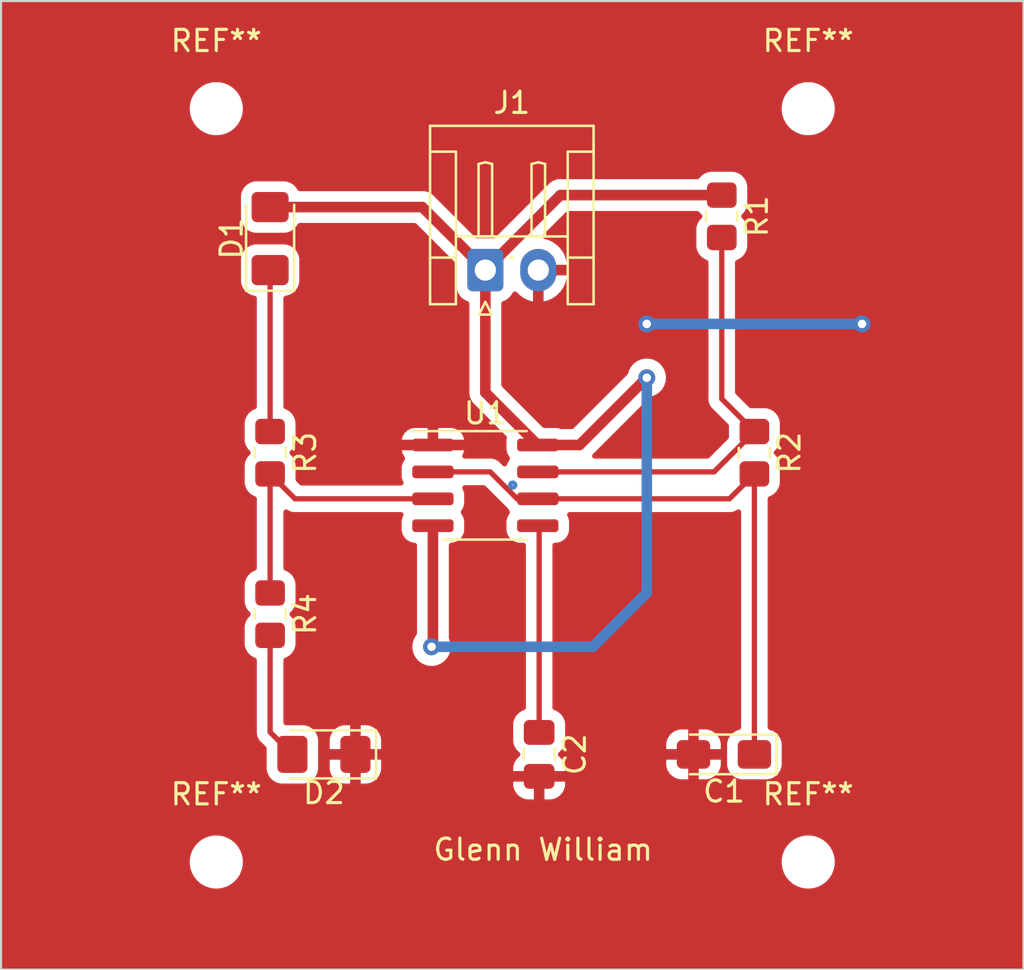
<source format=kicad_pcb>
(kicad_pcb (version 20221018) (generator pcbnew)
  (layers (0 "F.Cu" signal) (31 "B.Cu" signal) (34 "B.Paste" user) (35 "F.Paste" user) (36 "B.SilkS" user "B.Silkscreen") (37 "F.SilkS" user "F.Silkscreen") (38 "B.Mask" user) (39 "F.Mask" user) (44 "Edge.Cuts" user))
  (net 0 "")
  (net 1 "/pin_2")
  (net 2 "GND")
  (net 3 "Net-(U2-CV)")
  (net 4 "Net-(D1-K)")
  (net 5 "+9V")
  (net 6 "Net-(D2-A)")
  (net 7 "/pin_7")
  (net 8 "/pin_3")
  (footprint "LED_SMD:LED_1206_3216Metric_Pad1.42x1.75mm_HandSolder" (layer "F.Cu") (at 66.04 58.42 180)
    (fp_text reference "D2" (at 0 -1.82) (layer "F.SilkS"))
    (fp_text value "LED")
    (fp_line (start -2.46 -1.135) (end -2.46 1.135) (stroke (width 0.12)) (layer "F.SilkS"))
    (fp_line (start -2.46 1.135) (end 1.6 1.135) (stroke (width 0.12)) (layer "F.SilkS"))
    (fp_line (start 1.6 -1.135) (end -2.46 -1.135) (stroke (width 0.12)) (layer "F.SilkS"))
    (pad "1" smd roundrect (at -1.4875 0 180) (size 1.425 1.75) (layers "F.Cu" "F.Paste" "F.Mask") (roundrect_rratio 0.1754392982) (net 2 "GND"))
    (pad "2" smd roundrect (at 1.4875 0 180) (size 1.425 1.75) (layers "F.Cu" "F.Paste" "F.Mask") (roundrect_rratio 0.1754392982) (net 6 "Net-(D2-A)"))
  )
  (footprint "MountingHole:MountingHole_2mm" (layer "F.Cu") (at 60.96 63.5)
    (fp_text reference "REF**" (at 0 -3.2) (layer "F.SilkS"))
    (fp_text value "MountingHole_2mm")
    (pad "" np_thru_hole circle (at 0 0) (size 2 2) (drill 2) (layers "*.Cu" "*.Mask"))
  )
  (footprint "Resistor_SMD:R_0805_2012Metric_Pad1.20x1.40mm_HandSolder" (layer "F.Cu") (at 86.36 44.18 -90)
    (fp_text reference "R2" (at 0 -1.65 90) (layer "F.SilkS"))
    (fp_text value "10k")
    (fp_line (start -0.227064 -0.735) (end 0.227064 -0.735) (stroke (width 0.12)) (layer "F.SilkS"))
    (fp_line (start -0.227064 0.735) (end 0.227064 0.735) (stroke (width 0.12)) (layer "F.SilkS"))
    (pad "1" smd roundrect (at -1 0 270) (size 1.2 1.4) (layers "F.Cu" "F.Paste" "F.Mask") (roundrect_rratio 0.2083333333) (net 7 "/pin_7"))
    (pad "2" smd roundrect (at 1 0 270) (size 1.2 1.4) (layers "F.Cu" "F.Paste" "F.Mask") (roundrect_rratio 0.2083333333) (net 1 "/pin_2"))
  )
  (footprint "Resistor_SMD:R_0805_2012Metric_Pad1.20x1.40mm_HandSolder" (layer "F.Cu") (at 84.82 33.02 -90)
    (fp_text reference "R1" (at 0 -1.65 -270) (layer "F.SilkS"))
    (fp_text value "1k")
    (fp_line (start -0.227064 -0.735) (end 0.227064 -0.735) (stroke (width 0.12)) (layer "F.SilkS"))
    (fp_line (start -0.227064 0.735) (end 0.227064 0.735) (stroke (width 0.12)) (layer "F.SilkS"))
    (pad "1" smd roundrect (at -1 0 270) (size 1.2 1.4) (layers "F.Cu" "F.Paste" "F.Mask") (roundrect_rratio 0.2083333333) (net 5 "+9V"))
    (pad "2" smd roundrect (at 1 0 270) (size 1.2 1.4) (layers "F.Cu" "F.Paste" "F.Mask") (roundrect_rratio 0.2083333333) (net 7 "/pin_7"))
  )
  (footprint "MountingHole:MountingHole_2mm" (layer "F.Cu") (at 88.9 63.5)
    (fp_text reference "REF**" (at 0 -3.2) (layer "F.SilkS"))
    (fp_text value "MountingHole_2mm")
    (pad "" np_thru_hole circle (at 0 0) (size 2 2) (drill 2) (layers "*.Cu" "*.Mask"))
  )
  (footprint "Resistor_SMD:R_0805_2012Metric_Pad1.20x1.40mm_HandSolder" (layer "F.Cu") (at 63.5 44.18 -90)
    (fp_text reference "R3" (at 0 -1.65 90) (layer "F.SilkS"))
    (fp_text value "1k")
    (fp_line (start -0.227064 -0.735) (end 0.227064 -0.735) (stroke (width 0.12)) (layer "F.SilkS"))
    (fp_line (start -0.227064 0.735) (end 0.227064 0.735) (stroke (width 0.12)) (layer "F.SilkS"))
    (pad "1" smd roundrect (at -1 0 270) (size 1.2 1.4) (layers "F.Cu" "F.Paste" "F.Mask") (roundrect_rratio 0.2083333333) (net 4 "Net-(D1-K)"))
    (pad "2" smd roundrect (at 1 0 270) (size 1.2 1.4) (layers "F.Cu" "F.Paste" "F.Mask") (roundrect_rratio 0.2083333333) (net 8 "/pin_3"))
  )
  (footprint "MountingHole:MountingHole_2mm" (layer "F.Cu") (at 88.9 27.94)
    (fp_text reference "REF**" (at 0 -3.2) (layer "F.SilkS"))
    (fp_text value "MountingHole_2mm")
    (pad "" np_thru_hole circle (at 0 0) (size 2 2) (drill 2) (layers "*.Cu" "*.Mask"))
  )
  (footprint "Capacitor_SMD:C_0805_2012Metric_Pad1.18x1.45mm_HandSolder" (layer "F.Cu") (at 76.2 58.42 -90)
    (fp_text reference "C2" (at 0 -1.68 90) (layer "F.SilkS"))
    (fp_text value "0.01uF")
    (fp_line (start -0.261252 -0.735) (end 0.261252 -0.735) (stroke (width 0.12)) (layer "F.SilkS"))
    (fp_line (start -0.261252 0.735) (end 0.261252 0.735) (stroke (width 0.12)) (layer "F.SilkS"))
    (pad "1" smd roundrect (at -1.0375 0 270) (size 1.175 1.45) (layers "F.Cu" "F.Paste" "F.Mask") (roundrect_rratio 0.2127659574) (net 3 "Net-(U2-CV)"))
    (pad "2" smd roundrect (at 1.0375 0 270) (size 1.175 1.45) (layers "F.Cu" "F.Paste" "F.Mask") (roundrect_rratio 0.2127659574) (net 2 "GND"))
  )
  (footprint "Package_SO:SOIC-8_3.9x4.9mm_P1.27mm" (layer "F.Cu") (at 73.66 45.72)
    (fp_text reference "U1" (at 0 -3.4) (layer "F.SilkS"))
    (fp_text value "NE555D")
    (fp_line (start 0 -2.56) (end -3.45 -2.56) (stroke (width 0.12)) (layer "F.SilkS"))
    (fp_line (start 0 -2.56) (end 1.95 -2.56) (stroke (width 0.12)) (layer "F.SilkS"))
    (fp_line (start 0 2.56) (end -1.95 2.56) (stroke (width 0.12)) (layer "F.SilkS"))
    (fp_line (start 0 2.56) (end 1.95 2.56) (stroke (width 0.12)) (layer "F.SilkS"))
    (pad "1" smd roundrect (at -2.475 -1.905) (size 1.95 0.6) (layers "F.Cu" "F.Paste" "F.Mask") (net 2 "GND"))
    (pad "2" smd roundrect (at -2.475 -0.635) (size 1.95 0.6) (layers "F.Cu" "F.Paste" "F.Mask") (net 1 "/pin_2"))
    (pad "3" smd roundrect (at -2.475 0.635) (size 1.95 0.6) (layers "F.Cu" "F.Paste" "F.Mask") (net 8 "/pin_3"))
    (pad "4" smd roundrect (at -2.475 1.905) (size 1.95 0.6) (layers "F.Cu" "F.Paste" "F.Mask") (net 5 "+9V"))
    (pad "5" smd roundrect (at 2.475 1.905) (size 1.95 0.6) (layers "F.Cu" "F.Paste" "F.Mask") (net 3 "Net-(U2-CV)"))
    (pad "6" smd roundrect (at 2.475 0.635) (size 1.95 0.6) (layers "F.Cu" "F.Paste" "F.Mask") (net 1 "/pin_2"))
    (pad "7" smd roundrect (at 2.475 -0.635) (size 1.95 0.6) (layers "F.Cu" "F.Paste" "F.Mask") (net 7 "/pin_7"))
    (pad "8" smd roundrect (at 2.475 -1.905) (size 1.95 0.6) (layers "F.Cu" "F.Paste" "F.Mask") (net 5 "+9V"))
  )
  (footprint "Capacitor_Tantalum_SMD:CP_EIA-3216-18_Kemet-A_Pad1.58x1.35mm_HandSolder" (layer "F.Cu") (at 84.9225 58.42 180)
    (fp_text reference "C1" (at 0 -1.75) (layer "F.SilkS"))
    (fp_text value "10uF")
    (fp_line (start -2.485 -0.935) (end -2.485 0.935) (stroke (width 0.12)) (layer "F.SilkS"))
    (fp_line (start -2.485 0.935) (end 1.6 0.935) (stroke (width 0.12)) (layer "F.SilkS"))
    (fp_line (start 1.6 -0.935) (end -2.485 -0.935) (stroke (width 0.12)) (layer "F.SilkS"))
    (pad "1" smd roundrect (at -1.4375 0 180) (size 1.575 1.35) (layers "F.Cu" "F.Paste" "F.Mask") (roundrect_rratio 0.1851851852) (net 1 "/pin_2"))
    (pad "2" smd roundrect (at 1.4375 0 180) (size 1.575 1.35) (layers "F.Cu" "F.Paste" "F.Mask") (roundrect_rratio 0.1851851852) (net 2 "GND"))
  )
  (footprint "Resistor_SMD:R_0805_2012Metric_Pad1.20x1.40mm_HandSolder" (layer "F.Cu") (at 63.5 51.8 -90)
    (fp_text reference "R4" (at 0 -1.65 90) (layer "F.SilkS"))
    (fp_text value "1k")
    (fp_line (start -0.227064 -0.735) (end 0.227064 -0.735) (stroke (width 0.12)) (layer "F.SilkS"))
    (fp_line (start -0.227064 0.735) (end 0.227064 0.735) (stroke (width 0.12)) (layer "F.SilkS"))
    (pad "1" smd roundrect (at -1 0 270) (size 1.2 1.4) (layers "F.Cu" "F.Paste" "F.Mask") (roundrect_rratio 0.2083333333) (net 8 "/pin_3"))
    (pad "2" smd roundrect (at 1 0 270) (size 1.2 1.4) (layers "F.Cu" "F.Paste" "F.Mask") (roundrect_rratio 0.2083333333) (net 6 "Net-(D2-A)"))
  )
  (footprint "MountingHole:MountingHole_2mm" (layer "F.Cu") (at 60.96 27.94)
    (fp_text reference "REF**" (at 0 -3.2) (layer "F.SilkS"))
    (fp_text value "MountingHole_2mm")
    (pad "" np_thru_hole circle (at 0 0) (size 2 2) (drill 2) (layers "*.Cu" "*.Mask"))
  )
  (footprint "LED_SMD:LED_1206_3216Metric_Pad1.42x1.75mm_HandSolder" (layer "F.Cu") (at 63.5 34.0725 90)
    (fp_text reference "D1" (at 0 -1.82 90) (layer "F.SilkS"))
    (fp_text value "LED")
    (fp_line (start -2.46 -1.135) (end -2.46 1.135) (stroke (width 0.12)) (layer "F.SilkS"))
    (fp_line (start -2.46 1.135) (end 1.6 1.135) (stroke (width 0.12)) (layer "F.SilkS"))
    (fp_line (start 1.6 -1.135) (end -2.46 -1.135) (stroke (width 0.12)) (layer "F.SilkS"))
    (pad "1" smd roundrect (at -1.4875 0 90) (size 1.425 1.75) (layers "F.Cu" "F.Paste" "F.Mask") (roundrect_rratio 0.1754392982) (net 4 "Net-(D1-K)"))
    (pad "2" smd roundrect (at 1.4875 0 90) (size 1.425 1.75) (layers "F.Cu" "F.Paste" "F.Mask") (roundrect_rratio 0.1754392982) (net 5 "+9V"))
  )
  (footprint "Connector_JST:JST_EH_S2B-EH_1x02_P2.50mm_Horizontal" (layer "F.Cu") (at 73.66 35.56)
    (fp_text reference "J1" (at 1.25 -7.9) (layer "F.SilkS"))
    (fp_text value "Conn_01x02_Pin")
    (fp_line (start -2.61 -6.81) (end 5.11 -6.81) (stroke (width 0.12)) (layer "F.SilkS"))
    (fp_line (start -2.61 -5.59) (end -1.39 -5.59) (stroke (width 0.12)) (layer "F.SilkS"))
    (fp_line (start -2.61 1.61) (end -2.61 -6.81) (stroke (width 0.12)) (layer "F.SilkS"))
    (fp_line (start -1.39 -5.59) (end -1.39 -0.59) (stroke (width 0.12)) (layer "F.SilkS"))
    (fp_line (start -1.39 -1.59) (end 3.89 -1.59) (stroke (width 0.12)) (layer "F.SilkS"))
    (fp_line (start -1.39 -0.59) (end -2.61 -0.59) (stroke (width 0.12)) (layer "F.SilkS"))
    (fp_line (start -1.39 -0.59) (end -1.39 1.61) (stroke (width 0.12)) (layer "F.SilkS"))
    (fp_line (start -1.39 1.61) (end -2.61 1.61) (stroke (width 0.12)) (layer "F.SilkS"))
    (fp_line (start -0.32 -5.01) (end 0 -5.09) (stroke (width 0.12)) (layer "F.SilkS"))
    (fp_line (start -0.32 -1.59) (end -0.32 -5.01) (stroke (width 0.12)) (layer "F.SilkS"))
    (fp_line (start -0.3 2.1) (end 0.3 2.1) (stroke (width 0.12)) (layer "F.SilkS"))
    (fp_line (start 0 -5.09) (end 0.32 -5.01) (stroke (width 0.12)) (layer "F.SilkS"))
    (fp_line (start 0 -1.59) (end -0.32 -1.59) (stroke (width 0.12)) (layer "F.SilkS"))
    (fp_line (start 0 1.5) (end -0.3 2.1) (stroke (width 0.12)) (layer "F.SilkS"))
    (fp_line (start 0.3 2.1) (end 0 1.5) (stroke (width 0.12)) (layer "F.SilkS"))
    (fp_line (start 0.32 -5.01) (end 0.32 -1.59) (stroke (width 0.12)) (layer "F.SilkS"))
    (fp_line (start 0.32 -1.59) (end 0 -1.59) (stroke (width 0.12)) (layer "F.SilkS"))
    (fp_line (start 1.17 -0.59) (end 1.33 -0.59) (stroke (width 0.12)) (layer "F.SilkS"))
    (fp_line (start 2.18 -5.01) (end 2.5 -5.09) (stroke (width 0.12)) (layer "F.SilkS"))
    (fp_line (start 2.18 -1.59) (end 2.18 -5.01) (stroke (width 0.12)) (layer "F.SilkS"))
    (fp_line (start 2.5 -5.09) (end 2.82 -5.01) (stroke (width 0.12)) (layer "F.SilkS"))
    (fp_line (start 2.5 -1.59) (end 2.18 -1.59) (stroke (width 0.12)) (layer "F.SilkS"))
    (fp_line (start 2.82 -5.01) (end 2.82 -1.59) (stroke (width 0.12)) (layer "F.SilkS"))
    (fp_line (start 2.82 -1.59) (end 2.5 -1.59) (stroke (width 0.12)) (layer "F.SilkS"))
    (fp_line (start 3.89 -5.59) (end 3.89 -0.59) (stroke (width 0.12)) (layer "F.SilkS"))
    (fp_line (start 3.89 -0.59) (end 5.11 -0.59) (stroke (width 0.12)) (layer "F.SilkS"))
    (fp_line (start 3.89 1.61) (end 3.89 -0.59) (stroke (width 0.12)) (layer "F.SilkS"))
    (fp_line (start 5.11 -6.81) (end 5.11 1.61) (stroke (width 0.12)) (layer "F.SilkS"))
    (fp_line (start 5.11 -5.59) (end 3.89 -5.59) (stroke (width 0.12)) (layer "F.SilkS"))
    (fp_line (start 5.11 1.61) (end 3.89 1.61) (stroke (width 0.12)) (layer "F.SilkS"))
    (pad "1" thru_hole roundrect (at 0 0) (size 1.7 2) (drill 1) (layers "*.Cu" "*.Mask") (roundrect_rratio 0.1470588235) (net 5 "+9V"))
    (pad "2" thru_hole oval (at 2.5 0) (size 1.7 2) (drill 1) (layers "*.Cu" "*.Mask") (net 2 "GND"))
  )
  (gr_circle (center 74.95 45.71) (end 74.95 45.69) (stroke (width 0.2)) (fill none) (layer "B.Cu"))
  (gr_rect (start 50.8 22.86) (end 99.06 68.58) (stroke (width 0.1)) (fill none) (layer "Edge.Cuts"))
  (gr_text "Glenn William" (at 71.12 63.5) (layer "F.SilkS") (effects (font (size 1 1)) (justify left bottom)))
  (segment (start 76.135 46.355) (end 85.185 46.355) (width 0.25) (layer "F.Cu") (net 1))
  (segment (start 76.135 46.355) (end 75.160001 46.355) (width 0.25) (layer "F.Cu") (net 1))
  (segment (start 85.185 46.355) (end 86.36 45.18) (width 0.25) (layer "F.Cu") (net 1))
  (segment (start 73.890001 45.085) (end 71.185 45.085) (width 0.25) (layer "F.Cu") (net 1))
  (segment (start 86.36 45.18) (end 86.36 58.42) (width 0.25) (layer "F.Cu") (net 1))
  (segment (start 75.160001 46.355) (end 73.890001 45.085) (width 0.25) (layer "F.Cu") (net 1))
  (segment (start 76.16 35.56) (end 76.2 35.56) (width 0.25) (layer "F.Cu") (net 2))
  (via (at 81.28 38.1) (size 0.8) (drill 0.4) (layers "F.Cu" "B.Cu") (net 2))
  (via (at 91.44 38.1) (size 0.8) (drill 0.4) (layers "F.Cu" "B.Cu") (net 2))
  (segment (start 81.28 38.1) (end 91.44 38.1) (width 0.5) (layer "B.Cu") (net 2))
  (segment (start 76.2 47.69) (end 76.135 47.625) (width 0.25) (layer "F.Cu") (net 3))
  (segment (start 76.2 57.3825) (end 76.2 47.69) (width 0.25) (layer "F.Cu") (net 3))
  (segment (start 63.5 35.56) (end 63.5 43.18) (width 0.25) (layer "F.Cu") (net 4))
  (segment (start 70.685 32.585) (end 73.66 35.56) (width 0.5) (layer "F.Cu") (net 5))
  (segment (start 84.82 32.02) (end 77.2 32.02) (width 0.5) (layer "F.Cu") (net 5))
  (segment (start 73.66 35.56) (end 73.66 41.34) (width 0.5) (layer "F.Cu") (net 5))
  (segment (start 76.135 43.815) (end 78.105 43.815) (width 0.5) (layer "F.Cu") (net 5))
  (segment (start 71.185 53.275) (end 71.185 47.625) (width 0.5) (layer "F.Cu") (net 5))
  (segment (start 63.5 32.585) (end 70.685 32.585) (width 0.5) (layer "F.Cu") (net 5))
  (segment (start 84.82 32.02) (end 84.82 32.223122) (width 0.5) (layer "F.Cu") (net 5))
  (segment (start 71.185 53.405) (end 71.12 53.34) (width 0.5) (layer "F.Cu") (net 5))
  (segment (start 71.12 53.34) (end 71.185 53.275) (width 0.5) (layer "F.Cu") (net 5))
  (segment (start 73.66 41.34) (end 76.135 43.815) (width 0.5) (layer "F.Cu") (net 5))
  (segment (start 77.2 32.02) (end 73.66 35.56) (width 0.5) (layer "F.Cu") (net 5))
  (segment (start 78.105 43.815) (end 81.28 40.64) (width 0.5) (layer "F.Cu") (net 5))
  (via (at 71.12 53.34) (size 0.8) (drill 0.4) (layers "F.Cu" "B.Cu") (net 5))
  (via (at 81.28 40.64) (size 0.8) (drill 0.4) (layers "F.Cu" "B.Cu") (net 5))
  (segment (start 78.74 53.34) (end 81.28 50.8) (width 0.5) (layer "B.Cu") (net 5))
  (segment (start 71.12 53.34) (end 78.74 53.34) (width 0.5) (layer "B.Cu") (net 5))
  (segment (start 81.28 50.8) (end 81.28 40.64) (width 0.5) (layer "B.Cu") (net 5))
  (segment (start 63.5 52.8) (end 63.5 57.3675) (width 0.25) (layer "F.Cu") (net 6))
  (segment (start 63.5 57.3675) (end 64.5525 58.42) (width 0.25) (layer "F.Cu") (net 6))
  (segment (start 86.36 43.18) (end 84.455 45.085) (width 0.25) (layer "F.Cu") (net 7))
  (segment (start 84.455 45.085) (end 76.135 45.085) (width 0.25) (layer "F.Cu") (net 7))
  (segment (start 84.82 34.02) (end 84.82 41.64) (width 0.25) (layer "F.Cu") (net 7))
  (segment (start 84.82 41.64) (end 86.36 43.18) (width 0.25) (layer "F.Cu") (net 7))
  (segment (start 63.5 45.18) (end 64.675 46.355) (width 0.25) (layer "F.Cu") (net 8))
  (segment (start 63.5 45.18) (end 63.5 50.8) (width 0.25) (layer "F.Cu") (net 8))
  (segment (start 64.675 46.355) (end 71.185 46.355) (width 0.25) (layer "F.Cu") (net 8))
  (zone (net 2) (net_name "GND") (layer "F.Cu") (connect_pads (clearance 0.5)) (min_thickness 0.25) (fill yes (thermal_gap 0.5) (thermal_bridge_width 0.5))
    (polygon (pts (xy 50.8 22.86) (xy 99.06 22.86) (xy 99.06 68.58) (xy 50.8 68.58)))
  )
)
</source>
